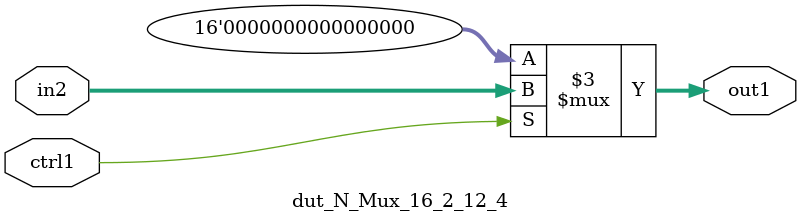
<source format=v>

`timescale 1ps / 1ps


module dut_N_Mux_16_2_12_4( in2, ctrl1, out1 );

    input [15:0] in2;
    input ctrl1;
    output [15:0] out1;
    reg [15:0] out1;

    
    // rtl_process:dut_N_Mux_16_2_12_4/dut_N_Mux_16_2_12_4_thread_1
    always @*
      begin : dut_N_Mux_16_2_12_4_thread_1
        case (ctrl1) 
          1'b1: 
            begin
              out1 = in2;
            end
          default: 
            begin
              out1 = 16'd00000;
            end
        endcase
      end

endmodule



</source>
